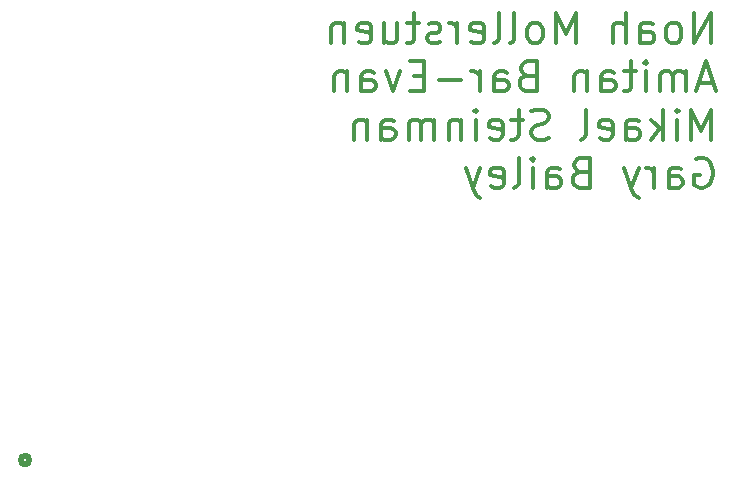
<source format=gbr>
%TF.GenerationSoftware,KiCad,Pcbnew,8.0.4*%
%TF.CreationDate,2025-03-15T02:49:38-04:00*%
%TF.ProjectId,erie_rov_connector_board,65726965-5f72-46f7-965f-636f6e6e6563,rev?*%
%TF.SameCoordinates,Original*%
%TF.FileFunction,Legend,Bot*%
%TF.FilePolarity,Positive*%
%FSLAX46Y46*%
G04 Gerber Fmt 4.6, Leading zero omitted, Abs format (unit mm)*
G04 Created by KiCad (PCBNEW 8.0.4) date 2025-03-15 02:49:38*
%MOMM*%
%LPD*%
G01*
G04 APERTURE LIST*
G04 Aperture macros list*
%AMRoundRect*
0 Rectangle with rounded corners*
0 $1 Rounding radius*
0 $2 $3 $4 $5 $6 $7 $8 $9 X,Y pos of 4 corners*
0 Add a 4 corners polygon primitive as box body*
4,1,4,$2,$3,$4,$5,$6,$7,$8,$9,$2,$3,0*
0 Add four circle primitives for the rounded corners*
1,1,$1+$1,$2,$3*
1,1,$1+$1,$4,$5*
1,1,$1+$1,$6,$7*
1,1,$1+$1,$8,$9*
0 Add four rect primitives between the rounded corners*
20,1,$1+$1,$2,$3,$4,$5,0*
20,1,$1+$1,$4,$5,$6,$7,0*
20,1,$1+$1,$6,$7,$8,$9,0*
20,1,$1+$1,$8,$9,$2,$3,0*%
G04 Aperture macros list end*
%ADD10C,0.304800*%
%ADD11C,0.508000*%
%ADD12RoundRect,0.264583X-0.610417X0.370417X-0.610417X-0.370417X0.610417X-0.370417X0.610417X0.370417X0*%
%ADD13O,1.750000X1.270000*%
%ADD14RoundRect,0.264583X0.370417X0.610417X-0.370417X0.610417X-0.370417X-0.610417X0.370417X-0.610417X0*%
%ADD15O,1.270000X1.750000*%
%ADD16C,5.800000*%
%ADD17C,1.371600*%
%ADD18RoundRect,0.264583X-0.370417X-0.610417X0.370417X-0.610417X0.370417X0.610417X-0.370417X0.610417X0*%
%ADD19C,1.600200*%
%ADD20C,3.200000*%
%ADD21RoundRect,0.264583X0.610417X-0.370417X0.610417X0.370417X-0.610417X0.370417X-0.610417X-0.370417X0*%
G04 APERTURE END LIST*
D10*
X9608712Y5990472D02*
X9608712Y8530472D01*
X9608712Y8530472D02*
X8157283Y5990472D01*
X8157283Y5990472D02*
X8157283Y8530472D01*
X6584902Y5990472D02*
X6826807Y6111424D01*
X6826807Y6111424D02*
X6947760Y6232377D01*
X6947760Y6232377D02*
X7068712Y6474282D01*
X7068712Y6474282D02*
X7068712Y7199996D01*
X7068712Y7199996D02*
X6947760Y7441901D01*
X6947760Y7441901D02*
X6826807Y7562853D01*
X6826807Y7562853D02*
X6584902Y7683805D01*
X6584902Y7683805D02*
X6222045Y7683805D01*
X6222045Y7683805D02*
X5980141Y7562853D01*
X5980141Y7562853D02*
X5859188Y7441901D01*
X5859188Y7441901D02*
X5738236Y7199996D01*
X5738236Y7199996D02*
X5738236Y6474282D01*
X5738236Y6474282D02*
X5859188Y6232377D01*
X5859188Y6232377D02*
X5980141Y6111424D01*
X5980141Y6111424D02*
X6222045Y5990472D01*
X6222045Y5990472D02*
X6584902Y5990472D01*
X3561093Y5990472D02*
X3561093Y7320948D01*
X3561093Y7320948D02*
X3682046Y7562853D01*
X3682046Y7562853D02*
X3923950Y7683805D01*
X3923950Y7683805D02*
X4407760Y7683805D01*
X4407760Y7683805D02*
X4649665Y7562853D01*
X3561093Y6111424D02*
X3802998Y5990472D01*
X3802998Y5990472D02*
X4407760Y5990472D01*
X4407760Y5990472D02*
X4649665Y6111424D01*
X4649665Y6111424D02*
X4770617Y6353329D01*
X4770617Y6353329D02*
X4770617Y6595234D01*
X4770617Y6595234D02*
X4649665Y6837139D01*
X4649665Y6837139D02*
X4407760Y6958091D01*
X4407760Y6958091D02*
X3802998Y6958091D01*
X3802998Y6958091D02*
X3561093Y7079044D01*
X2351570Y5990472D02*
X2351570Y8530472D01*
X1262998Y5990472D02*
X1262998Y7320948D01*
X1262998Y7320948D02*
X1383951Y7562853D01*
X1383951Y7562853D02*
X1625855Y7683805D01*
X1625855Y7683805D02*
X1988712Y7683805D01*
X1988712Y7683805D02*
X2230617Y7562853D01*
X2230617Y7562853D02*
X2351570Y7441901D01*
X-1881763Y5990472D02*
X-1881763Y8530472D01*
X-1881763Y8530472D02*
X-2728430Y6716186D01*
X-2728430Y6716186D02*
X-3575097Y8530472D01*
X-3575097Y8530472D02*
X-3575097Y5990472D01*
X-5147478Y5990472D02*
X-4905573Y6111424D01*
X-4905573Y6111424D02*
X-4784620Y6232377D01*
X-4784620Y6232377D02*
X-4663668Y6474282D01*
X-4663668Y6474282D02*
X-4663668Y7199996D01*
X-4663668Y7199996D02*
X-4784620Y7441901D01*
X-4784620Y7441901D02*
X-4905573Y7562853D01*
X-4905573Y7562853D02*
X-5147478Y7683805D01*
X-5147478Y7683805D02*
X-5510335Y7683805D01*
X-5510335Y7683805D02*
X-5752239Y7562853D01*
X-5752239Y7562853D02*
X-5873192Y7441901D01*
X-5873192Y7441901D02*
X-5994144Y7199996D01*
X-5994144Y7199996D02*
X-5994144Y6474282D01*
X-5994144Y6474282D02*
X-5873192Y6232377D01*
X-5873192Y6232377D02*
X-5752239Y6111424D01*
X-5752239Y6111424D02*
X-5510335Y5990472D01*
X-5510335Y5990472D02*
X-5147478Y5990472D01*
X-7445573Y5990472D02*
X-7203668Y6111424D01*
X-7203668Y6111424D02*
X-7082715Y6353329D01*
X-7082715Y6353329D02*
X-7082715Y8530472D01*
X-8776049Y5990472D02*
X-8534144Y6111424D01*
X-8534144Y6111424D02*
X-8413191Y6353329D01*
X-8413191Y6353329D02*
X-8413191Y8530472D01*
X-10711286Y6111424D02*
X-10469382Y5990472D01*
X-10469382Y5990472D02*
X-9985572Y5990472D01*
X-9985572Y5990472D02*
X-9743667Y6111424D01*
X-9743667Y6111424D02*
X-9622715Y6353329D01*
X-9622715Y6353329D02*
X-9622715Y7320948D01*
X-9622715Y7320948D02*
X-9743667Y7562853D01*
X-9743667Y7562853D02*
X-9985572Y7683805D01*
X-9985572Y7683805D02*
X-10469382Y7683805D01*
X-10469382Y7683805D02*
X-10711286Y7562853D01*
X-10711286Y7562853D02*
X-10832239Y7320948D01*
X-10832239Y7320948D02*
X-10832239Y7079044D01*
X-10832239Y7079044D02*
X-9622715Y6837139D01*
X-11920810Y5990472D02*
X-11920810Y7683805D01*
X-11920810Y7199996D02*
X-12041763Y7441901D01*
X-12041763Y7441901D02*
X-12162715Y7562853D01*
X-12162715Y7562853D02*
X-12404620Y7683805D01*
X-12404620Y7683805D02*
X-12646525Y7683805D01*
X-13372239Y6111424D02*
X-13614144Y5990472D01*
X-13614144Y5990472D02*
X-14097953Y5990472D01*
X-14097953Y5990472D02*
X-14339858Y6111424D01*
X-14339858Y6111424D02*
X-14460810Y6353329D01*
X-14460810Y6353329D02*
X-14460810Y6474282D01*
X-14460810Y6474282D02*
X-14339858Y6716186D01*
X-14339858Y6716186D02*
X-14097953Y6837139D01*
X-14097953Y6837139D02*
X-13735096Y6837139D01*
X-13735096Y6837139D02*
X-13493191Y6958091D01*
X-13493191Y6958091D02*
X-13372239Y7199996D01*
X-13372239Y7199996D02*
X-13372239Y7320948D01*
X-13372239Y7320948D02*
X-13493191Y7562853D01*
X-13493191Y7562853D02*
X-13735096Y7683805D01*
X-13735096Y7683805D02*
X-14097953Y7683805D01*
X-14097953Y7683805D02*
X-14339858Y7562853D01*
X-15186524Y7683805D02*
X-16154143Y7683805D01*
X-15549381Y8530472D02*
X-15549381Y6353329D01*
X-15549381Y6353329D02*
X-15670334Y6111424D01*
X-15670334Y6111424D02*
X-15912239Y5990472D01*
X-15912239Y5990472D02*
X-16154143Y5990472D01*
X-18089382Y7683805D02*
X-18089382Y5990472D01*
X-17000810Y7683805D02*
X-17000810Y6353329D01*
X-17000810Y6353329D02*
X-17121763Y6111424D01*
X-17121763Y6111424D02*
X-17363668Y5990472D01*
X-17363668Y5990472D02*
X-17726525Y5990472D01*
X-17726525Y5990472D02*
X-17968429Y6111424D01*
X-17968429Y6111424D02*
X-18089382Y6232377D01*
X-20266524Y6111424D02*
X-20024620Y5990472D01*
X-20024620Y5990472D02*
X-19540810Y5990472D01*
X-19540810Y5990472D02*
X-19298905Y6111424D01*
X-19298905Y6111424D02*
X-19177953Y6353329D01*
X-19177953Y6353329D02*
X-19177953Y7320948D01*
X-19177953Y7320948D02*
X-19298905Y7562853D01*
X-19298905Y7562853D02*
X-19540810Y7683805D01*
X-19540810Y7683805D02*
X-20024620Y7683805D01*
X-20024620Y7683805D02*
X-20266524Y7562853D01*
X-20266524Y7562853D02*
X-20387477Y7320948D01*
X-20387477Y7320948D02*
X-20387477Y7079044D01*
X-20387477Y7079044D02*
X-19177953Y6837139D01*
X-21476048Y7683805D02*
X-21476048Y5990472D01*
X-21476048Y7441901D02*
X-21597001Y7562853D01*
X-21597001Y7562853D02*
X-21838906Y7683805D01*
X-21838906Y7683805D02*
X-22201763Y7683805D01*
X-22201763Y7683805D02*
X-22443667Y7562853D01*
X-22443667Y7562853D02*
X-22564620Y7320948D01*
X-22564620Y7320948D02*
X-22564620Y5990472D01*
X9729664Y2626928D02*
X8520140Y2626928D01*
X9971569Y1901214D02*
X9124902Y4441214D01*
X9124902Y4441214D02*
X8278235Y1901214D01*
X7431569Y1901214D02*
X7431569Y3594547D01*
X7431569Y3352643D02*
X7310616Y3473595D01*
X7310616Y3473595D02*
X7068711Y3594547D01*
X7068711Y3594547D02*
X6705854Y3594547D01*
X6705854Y3594547D02*
X6463950Y3473595D01*
X6463950Y3473595D02*
X6342997Y3231690D01*
X6342997Y3231690D02*
X6342997Y1901214D01*
X6342997Y3231690D02*
X6222045Y3473595D01*
X6222045Y3473595D02*
X5980140Y3594547D01*
X5980140Y3594547D02*
X5617283Y3594547D01*
X5617283Y3594547D02*
X5375378Y3473595D01*
X5375378Y3473595D02*
X5254426Y3231690D01*
X5254426Y3231690D02*
X5254426Y1901214D01*
X4044902Y1901214D02*
X4044902Y3594547D01*
X4044902Y4441214D02*
X4165854Y4320262D01*
X4165854Y4320262D02*
X4044902Y4199309D01*
X4044902Y4199309D02*
X3923949Y4320262D01*
X3923949Y4320262D02*
X4044902Y4441214D01*
X4044902Y4441214D02*
X4044902Y4199309D01*
X3198235Y3594547D02*
X2230616Y3594547D01*
X2835378Y4441214D02*
X2835378Y2264071D01*
X2835378Y2264071D02*
X2714425Y2022166D01*
X2714425Y2022166D02*
X2472520Y1901214D01*
X2472520Y1901214D02*
X2230616Y1901214D01*
X295377Y1901214D02*
X295377Y3231690D01*
X295377Y3231690D02*
X416330Y3473595D01*
X416330Y3473595D02*
X658234Y3594547D01*
X658234Y3594547D02*
X1142044Y3594547D01*
X1142044Y3594547D02*
X1383949Y3473595D01*
X295377Y2022166D02*
X537282Y1901214D01*
X537282Y1901214D02*
X1142044Y1901214D01*
X1142044Y1901214D02*
X1383949Y2022166D01*
X1383949Y2022166D02*
X1504901Y2264071D01*
X1504901Y2264071D02*
X1504901Y2505976D01*
X1504901Y2505976D02*
X1383949Y2747881D01*
X1383949Y2747881D02*
X1142044Y2868833D01*
X1142044Y2868833D02*
X537282Y2868833D01*
X537282Y2868833D02*
X295377Y2989786D01*
X-914146Y3594547D02*
X-914146Y1901214D01*
X-914146Y3352643D02*
X-1035099Y3473595D01*
X-1035099Y3473595D02*
X-1277004Y3594547D01*
X-1277004Y3594547D02*
X-1639861Y3594547D01*
X-1639861Y3594547D02*
X-1881765Y3473595D01*
X-1881765Y3473595D02*
X-2002718Y3231690D01*
X-2002718Y3231690D02*
X-2002718Y1901214D01*
X-5994146Y3231690D02*
X-6357003Y3110738D01*
X-6357003Y3110738D02*
X-6477956Y2989786D01*
X-6477956Y2989786D02*
X-6598908Y2747881D01*
X-6598908Y2747881D02*
X-6598908Y2385024D01*
X-6598908Y2385024D02*
X-6477956Y2143119D01*
X-6477956Y2143119D02*
X-6357003Y2022166D01*
X-6357003Y2022166D02*
X-6115098Y1901214D01*
X-6115098Y1901214D02*
X-5147479Y1901214D01*
X-5147479Y1901214D02*
X-5147479Y4441214D01*
X-5147479Y4441214D02*
X-5994146Y4441214D01*
X-5994146Y4441214D02*
X-6236051Y4320262D01*
X-6236051Y4320262D02*
X-6357003Y4199309D01*
X-6357003Y4199309D02*
X-6477956Y3957405D01*
X-6477956Y3957405D02*
X-6477956Y3715500D01*
X-6477956Y3715500D02*
X-6357003Y3473595D01*
X-6357003Y3473595D02*
X-6236051Y3352643D01*
X-6236051Y3352643D02*
X-5994146Y3231690D01*
X-5994146Y3231690D02*
X-5147479Y3231690D01*
X-8776051Y1901214D02*
X-8776051Y3231690D01*
X-8776051Y3231690D02*
X-8655098Y3473595D01*
X-8655098Y3473595D02*
X-8413194Y3594547D01*
X-8413194Y3594547D02*
X-7929384Y3594547D01*
X-7929384Y3594547D02*
X-7687479Y3473595D01*
X-8776051Y2022166D02*
X-8534146Y1901214D01*
X-8534146Y1901214D02*
X-7929384Y1901214D01*
X-7929384Y1901214D02*
X-7687479Y2022166D01*
X-7687479Y2022166D02*
X-7566527Y2264071D01*
X-7566527Y2264071D02*
X-7566527Y2505976D01*
X-7566527Y2505976D02*
X-7687479Y2747881D01*
X-7687479Y2747881D02*
X-7929384Y2868833D01*
X-7929384Y2868833D02*
X-8534146Y2868833D01*
X-8534146Y2868833D02*
X-8776051Y2989786D01*
X-9985574Y1901214D02*
X-9985574Y3594547D01*
X-9985574Y3110738D02*
X-10106527Y3352643D01*
X-10106527Y3352643D02*
X-10227479Y3473595D01*
X-10227479Y3473595D02*
X-10469384Y3594547D01*
X-10469384Y3594547D02*
X-10711289Y3594547D01*
X-11557955Y2868833D02*
X-13493193Y2868833D01*
X-14702717Y3231690D02*
X-15549384Y3231690D01*
X-15912241Y1901214D02*
X-14702717Y1901214D01*
X-14702717Y1901214D02*
X-14702717Y4441214D01*
X-14702717Y4441214D02*
X-15912241Y4441214D01*
X-16758908Y3594547D02*
X-17363670Y1901214D01*
X-17363670Y1901214D02*
X-17968431Y3594547D01*
X-20024622Y1901214D02*
X-20024622Y3231690D01*
X-20024622Y3231690D02*
X-19903669Y3473595D01*
X-19903669Y3473595D02*
X-19661765Y3594547D01*
X-19661765Y3594547D02*
X-19177955Y3594547D01*
X-19177955Y3594547D02*
X-18936050Y3473595D01*
X-20024622Y2022166D02*
X-19782717Y1901214D01*
X-19782717Y1901214D02*
X-19177955Y1901214D01*
X-19177955Y1901214D02*
X-18936050Y2022166D01*
X-18936050Y2022166D02*
X-18815098Y2264071D01*
X-18815098Y2264071D02*
X-18815098Y2505976D01*
X-18815098Y2505976D02*
X-18936050Y2747881D01*
X-18936050Y2747881D02*
X-19177955Y2868833D01*
X-19177955Y2868833D02*
X-19782717Y2868833D01*
X-19782717Y2868833D02*
X-20024622Y2989786D01*
X-21234145Y3594547D02*
X-21234145Y1901214D01*
X-21234145Y3352643D02*
X-21355098Y3473595D01*
X-21355098Y3473595D02*
X-21597003Y3594547D01*
X-21597003Y3594547D02*
X-21959860Y3594547D01*
X-21959860Y3594547D02*
X-22201764Y3473595D01*
X-22201764Y3473595D02*
X-22322717Y3231690D01*
X-22322717Y3231690D02*
X-22322717Y1901214D01*
X9608712Y-2188044D02*
X9608712Y351956D01*
X9608712Y351956D02*
X8762045Y-1462330D01*
X8762045Y-1462330D02*
X7915378Y351956D01*
X7915378Y351956D02*
X7915378Y-2188044D01*
X6705855Y-2188044D02*
X6705855Y-494711D01*
X6705855Y351956D02*
X6826807Y231004D01*
X6826807Y231004D02*
X6705855Y110051D01*
X6705855Y110051D02*
X6584902Y231004D01*
X6584902Y231004D02*
X6705855Y351956D01*
X6705855Y351956D02*
X6705855Y110051D01*
X5496331Y-2188044D02*
X5496331Y351956D01*
X5254426Y-1220425D02*
X4528712Y-2188044D01*
X4528712Y-494711D02*
X5496331Y-1462330D01*
X2351569Y-2188044D02*
X2351569Y-857568D01*
X2351569Y-857568D02*
X2472522Y-615663D01*
X2472522Y-615663D02*
X2714426Y-494711D01*
X2714426Y-494711D02*
X3198236Y-494711D01*
X3198236Y-494711D02*
X3440141Y-615663D01*
X2351569Y-2067092D02*
X2593474Y-2188044D01*
X2593474Y-2188044D02*
X3198236Y-2188044D01*
X3198236Y-2188044D02*
X3440141Y-2067092D01*
X3440141Y-2067092D02*
X3561093Y-1825187D01*
X3561093Y-1825187D02*
X3561093Y-1583282D01*
X3561093Y-1583282D02*
X3440141Y-1341377D01*
X3440141Y-1341377D02*
X3198236Y-1220425D01*
X3198236Y-1220425D02*
X2593474Y-1220425D01*
X2593474Y-1220425D02*
X2351569Y-1099472D01*
X174427Y-2067092D02*
X416331Y-2188044D01*
X416331Y-2188044D02*
X900141Y-2188044D01*
X900141Y-2188044D02*
X1142046Y-2067092D01*
X1142046Y-2067092D02*
X1262998Y-1825187D01*
X1262998Y-1825187D02*
X1262998Y-857568D01*
X1262998Y-857568D02*
X1142046Y-615663D01*
X1142046Y-615663D02*
X900141Y-494711D01*
X900141Y-494711D02*
X416331Y-494711D01*
X416331Y-494711D02*
X174427Y-615663D01*
X174427Y-615663D02*
X53474Y-857568D01*
X53474Y-857568D02*
X53474Y-1099472D01*
X53474Y-1099472D02*
X1262998Y-1341377D01*
X-1397955Y-2188044D02*
X-1156050Y-2067092D01*
X-1156050Y-2067092D02*
X-1035097Y-1825187D01*
X-1035097Y-1825187D02*
X-1035097Y351956D01*
X-4179859Y-2067092D02*
X-4542716Y-2188044D01*
X-4542716Y-2188044D02*
X-5147478Y-2188044D01*
X-5147478Y-2188044D02*
X-5389383Y-2067092D01*
X-5389383Y-2067092D02*
X-5510335Y-1946139D01*
X-5510335Y-1946139D02*
X-5631288Y-1704234D01*
X-5631288Y-1704234D02*
X-5631288Y-1462330D01*
X-5631288Y-1462330D02*
X-5510335Y-1220425D01*
X-5510335Y-1220425D02*
X-5389383Y-1099472D01*
X-5389383Y-1099472D02*
X-5147478Y-978520D01*
X-5147478Y-978520D02*
X-4663669Y-857568D01*
X-4663669Y-857568D02*
X-4421764Y-736615D01*
X-4421764Y-736615D02*
X-4300811Y-615663D01*
X-4300811Y-615663D02*
X-4179859Y-373758D01*
X-4179859Y-373758D02*
X-4179859Y-131853D01*
X-4179859Y-131853D02*
X-4300811Y110051D01*
X-4300811Y110051D02*
X-4421764Y231004D01*
X-4421764Y231004D02*
X-4663669Y351956D01*
X-4663669Y351956D02*
X-5268430Y351956D01*
X-5268430Y351956D02*
X-5631288Y231004D01*
X-6357002Y-494711D02*
X-7324621Y-494711D01*
X-6719859Y351956D02*
X-6719859Y-1825187D01*
X-6719859Y-1825187D02*
X-6840812Y-2067092D01*
X-6840812Y-2067092D02*
X-7082717Y-2188044D01*
X-7082717Y-2188044D02*
X-7324621Y-2188044D01*
X-9138907Y-2067092D02*
X-8897003Y-2188044D01*
X-8897003Y-2188044D02*
X-8413193Y-2188044D01*
X-8413193Y-2188044D02*
X-8171288Y-2067092D01*
X-8171288Y-2067092D02*
X-8050336Y-1825187D01*
X-8050336Y-1825187D02*
X-8050336Y-857568D01*
X-8050336Y-857568D02*
X-8171288Y-615663D01*
X-8171288Y-615663D02*
X-8413193Y-494711D01*
X-8413193Y-494711D02*
X-8897003Y-494711D01*
X-8897003Y-494711D02*
X-9138907Y-615663D01*
X-9138907Y-615663D02*
X-9259860Y-857568D01*
X-9259860Y-857568D02*
X-9259860Y-1099472D01*
X-9259860Y-1099472D02*
X-8050336Y-1341377D01*
X-10348431Y-2188044D02*
X-10348431Y-494711D01*
X-10348431Y351956D02*
X-10227479Y231004D01*
X-10227479Y231004D02*
X-10348431Y110051D01*
X-10348431Y110051D02*
X-10469384Y231004D01*
X-10469384Y231004D02*
X-10348431Y351956D01*
X-10348431Y351956D02*
X-10348431Y110051D01*
X-11557955Y-494711D02*
X-11557955Y-2188044D01*
X-11557955Y-736615D02*
X-11678908Y-615663D01*
X-11678908Y-615663D02*
X-11920813Y-494711D01*
X-11920813Y-494711D02*
X-12283670Y-494711D01*
X-12283670Y-494711D02*
X-12525574Y-615663D01*
X-12525574Y-615663D02*
X-12646527Y-857568D01*
X-12646527Y-857568D02*
X-12646527Y-2188044D01*
X-13856050Y-2188044D02*
X-13856050Y-494711D01*
X-13856050Y-736615D02*
X-13977003Y-615663D01*
X-13977003Y-615663D02*
X-14218908Y-494711D01*
X-14218908Y-494711D02*
X-14581765Y-494711D01*
X-14581765Y-494711D02*
X-14823669Y-615663D01*
X-14823669Y-615663D02*
X-14944622Y-857568D01*
X-14944622Y-857568D02*
X-14944622Y-2188044D01*
X-14944622Y-857568D02*
X-15065574Y-615663D01*
X-15065574Y-615663D02*
X-15307479Y-494711D01*
X-15307479Y-494711D02*
X-15670336Y-494711D01*
X-15670336Y-494711D02*
X-15912241Y-615663D01*
X-15912241Y-615663D02*
X-16033193Y-857568D01*
X-16033193Y-857568D02*
X-16033193Y-2188044D01*
X-18331289Y-2188044D02*
X-18331289Y-857568D01*
X-18331289Y-857568D02*
X-18210336Y-615663D01*
X-18210336Y-615663D02*
X-17968432Y-494711D01*
X-17968432Y-494711D02*
X-17484622Y-494711D01*
X-17484622Y-494711D02*
X-17242717Y-615663D01*
X-18331289Y-2067092D02*
X-18089384Y-2188044D01*
X-18089384Y-2188044D02*
X-17484622Y-2188044D01*
X-17484622Y-2188044D02*
X-17242717Y-2067092D01*
X-17242717Y-2067092D02*
X-17121765Y-1825187D01*
X-17121765Y-1825187D02*
X-17121765Y-1583282D01*
X-17121765Y-1583282D02*
X-17242717Y-1341377D01*
X-17242717Y-1341377D02*
X-17484622Y-1220425D01*
X-17484622Y-1220425D02*
X-18089384Y-1220425D01*
X-18089384Y-1220425D02*
X-18331289Y-1099472D01*
X-19540812Y-494711D02*
X-19540812Y-2188044D01*
X-19540812Y-736615D02*
X-19661765Y-615663D01*
X-19661765Y-615663D02*
X-19903670Y-494711D01*
X-19903670Y-494711D02*
X-20266527Y-494711D01*
X-20266527Y-494711D02*
X-20508431Y-615663D01*
X-20508431Y-615663D02*
X-20629384Y-857568D01*
X-20629384Y-857568D02*
X-20629384Y-2188044D01*
X8278235Y-3858254D02*
X8520140Y-3737302D01*
X8520140Y-3737302D02*
X8882997Y-3737302D01*
X8882997Y-3737302D02*
X9245854Y-3858254D01*
X9245854Y-3858254D02*
X9487759Y-4100159D01*
X9487759Y-4100159D02*
X9608712Y-4342064D01*
X9608712Y-4342064D02*
X9729664Y-4825873D01*
X9729664Y-4825873D02*
X9729664Y-5188730D01*
X9729664Y-5188730D02*
X9608712Y-5672540D01*
X9608712Y-5672540D02*
X9487759Y-5914445D01*
X9487759Y-5914445D02*
X9245854Y-6156350D01*
X9245854Y-6156350D02*
X8882997Y-6277302D01*
X8882997Y-6277302D02*
X8641093Y-6277302D01*
X8641093Y-6277302D02*
X8278235Y-6156350D01*
X8278235Y-6156350D02*
X8157283Y-6035397D01*
X8157283Y-6035397D02*
X8157283Y-5188730D01*
X8157283Y-5188730D02*
X8641093Y-5188730D01*
X5980140Y-6277302D02*
X5980140Y-4946826D01*
X5980140Y-4946826D02*
X6101093Y-4704921D01*
X6101093Y-4704921D02*
X6342997Y-4583969D01*
X6342997Y-4583969D02*
X6826807Y-4583969D01*
X6826807Y-4583969D02*
X7068712Y-4704921D01*
X5980140Y-6156350D02*
X6222045Y-6277302D01*
X6222045Y-6277302D02*
X6826807Y-6277302D01*
X6826807Y-6277302D02*
X7068712Y-6156350D01*
X7068712Y-6156350D02*
X7189664Y-5914445D01*
X7189664Y-5914445D02*
X7189664Y-5672540D01*
X7189664Y-5672540D02*
X7068712Y-5430635D01*
X7068712Y-5430635D02*
X6826807Y-5309683D01*
X6826807Y-5309683D02*
X6222045Y-5309683D01*
X6222045Y-5309683D02*
X5980140Y-5188730D01*
X4770617Y-6277302D02*
X4770617Y-4583969D01*
X4770617Y-5067778D02*
X4649664Y-4825873D01*
X4649664Y-4825873D02*
X4528712Y-4704921D01*
X4528712Y-4704921D02*
X4286807Y-4583969D01*
X4286807Y-4583969D02*
X4044902Y-4583969D01*
X3440140Y-4583969D02*
X2835378Y-6277302D01*
X2230617Y-4583969D02*
X2835378Y-6277302D01*
X2835378Y-6277302D02*
X3077283Y-6882064D01*
X3077283Y-6882064D02*
X3198236Y-7003016D01*
X3198236Y-7003016D02*
X3440140Y-7123969D01*
X-1518907Y-4946826D02*
X-1881764Y-5067778D01*
X-1881764Y-5067778D02*
X-2002717Y-5188730D01*
X-2002717Y-5188730D02*
X-2123669Y-5430635D01*
X-2123669Y-5430635D02*
X-2123669Y-5793492D01*
X-2123669Y-5793492D02*
X-2002717Y-6035397D01*
X-2002717Y-6035397D02*
X-1881764Y-6156350D01*
X-1881764Y-6156350D02*
X-1639859Y-6277302D01*
X-1639859Y-6277302D02*
X-672240Y-6277302D01*
X-672240Y-6277302D02*
X-672240Y-3737302D01*
X-672240Y-3737302D02*
X-1518907Y-3737302D01*
X-1518907Y-3737302D02*
X-1760812Y-3858254D01*
X-1760812Y-3858254D02*
X-1881764Y-3979207D01*
X-1881764Y-3979207D02*
X-2002717Y-4221111D01*
X-2002717Y-4221111D02*
X-2002717Y-4463016D01*
X-2002717Y-4463016D02*
X-1881764Y-4704921D01*
X-1881764Y-4704921D02*
X-1760812Y-4825873D01*
X-1760812Y-4825873D02*
X-1518907Y-4946826D01*
X-1518907Y-4946826D02*
X-672240Y-4946826D01*
X-4300812Y-6277302D02*
X-4300812Y-4946826D01*
X-4300812Y-4946826D02*
X-4179859Y-4704921D01*
X-4179859Y-4704921D02*
X-3937955Y-4583969D01*
X-3937955Y-4583969D02*
X-3454145Y-4583969D01*
X-3454145Y-4583969D02*
X-3212240Y-4704921D01*
X-4300812Y-6156350D02*
X-4058907Y-6277302D01*
X-4058907Y-6277302D02*
X-3454145Y-6277302D01*
X-3454145Y-6277302D02*
X-3212240Y-6156350D01*
X-3212240Y-6156350D02*
X-3091288Y-5914445D01*
X-3091288Y-5914445D02*
X-3091288Y-5672540D01*
X-3091288Y-5672540D02*
X-3212240Y-5430635D01*
X-3212240Y-5430635D02*
X-3454145Y-5309683D01*
X-3454145Y-5309683D02*
X-4058907Y-5309683D01*
X-4058907Y-5309683D02*
X-4300812Y-5188730D01*
X-5510335Y-6277302D02*
X-5510335Y-4583969D01*
X-5510335Y-3737302D02*
X-5389383Y-3858254D01*
X-5389383Y-3858254D02*
X-5510335Y-3979207D01*
X-5510335Y-3979207D02*
X-5631288Y-3858254D01*
X-5631288Y-3858254D02*
X-5510335Y-3737302D01*
X-5510335Y-3737302D02*
X-5510335Y-3979207D01*
X-7082717Y-6277302D02*
X-6840812Y-6156350D01*
X-6840812Y-6156350D02*
X-6719859Y-5914445D01*
X-6719859Y-5914445D02*
X-6719859Y-3737302D01*
X-9017954Y-6156350D02*
X-8776050Y-6277302D01*
X-8776050Y-6277302D02*
X-8292240Y-6277302D01*
X-8292240Y-6277302D02*
X-8050335Y-6156350D01*
X-8050335Y-6156350D02*
X-7929383Y-5914445D01*
X-7929383Y-5914445D02*
X-7929383Y-4946826D01*
X-7929383Y-4946826D02*
X-8050335Y-4704921D01*
X-8050335Y-4704921D02*
X-8292240Y-4583969D01*
X-8292240Y-4583969D02*
X-8776050Y-4583969D01*
X-8776050Y-4583969D02*
X-9017954Y-4704921D01*
X-9017954Y-4704921D02*
X-9138907Y-4946826D01*
X-9138907Y-4946826D02*
X-9138907Y-5188730D01*
X-9138907Y-5188730D02*
X-7929383Y-5430635D01*
X-9985574Y-4583969D02*
X-10590336Y-6277302D01*
X-11195097Y-4583969D02*
X-10590336Y-6277302D01*
X-10590336Y-6277302D02*
X-10348431Y-6882064D01*
X-10348431Y-6882064D02*
X-10227478Y-7003016D01*
X-10227478Y-7003016D02*
X-9985574Y-7123969D01*
D11*
%TO.C,J1*%
X-48133000Y-29324300D02*
G75*
G02*
X-48895000Y-29324300I-381000J0D01*
G01*
X-48895000Y-29324300D02*
G75*
G02*
X-48133000Y-29324300I381000J0D01*
G01*
%TD*%
%LPC*%
D12*
%TO.C,J9*%
X18500000Y52500000D03*
D13*
X18500000Y50500000D03*
X18500000Y48500000D03*
X18500000Y46500000D03*
X18500000Y44500000D03*
X18500000Y42500000D03*
%TD*%
D14*
%TO.C,J14*%
X36830000Y-5715000D03*
D15*
X34830000Y-5715000D03*
X32830000Y-5715000D03*
X30830000Y-5715000D03*
X28830000Y-5715000D03*
X26830000Y-5715000D03*
%TD*%
D14*
%TO.C,J11*%
X11500000Y29000000D03*
D15*
X9500000Y29000000D03*
%TD*%
D16*
%TO.C,J2*%
X-16510000Y21380000D03*
X-16510000Y14180000D03*
%TD*%
D17*
%TO.C,C1*%
X-49530000Y22153250D03*
X-49530000Y17153250D03*
%TD*%
D14*
%TO.C,J10*%
X44450000Y46000000D03*
D15*
X42450000Y46000000D03*
%TD*%
D18*
%TO.C,J6*%
X6890000Y-50800000D03*
D15*
X8890000Y-50800000D03*
X10890000Y-50800000D03*
%TD*%
D19*
%TO.C,J1*%
X-41910000Y-29324300D03*
X-39370000Y-29324300D03*
X-36830000Y-29324300D03*
X-34290000Y-29324300D03*
X-31750000Y-29324300D03*
X-29210000Y-29324300D03*
X-26670000Y-29324300D03*
X-24130000Y-29324300D03*
X-21590000Y-29324300D03*
X-19050000Y-29324300D03*
X-16510000Y-29324300D03*
X-13970000Y-29324300D03*
X-11430000Y-29324300D03*
X-8890000Y-29324300D03*
X-6350000Y-29324300D03*
X-3810000Y-29324300D03*
X-1270000Y-29324300D03*
X1270000Y-29324300D03*
X3810000Y-29324300D03*
X6350000Y-29324300D03*
X8890000Y-29324300D03*
X11430000Y-29324300D03*
X13970000Y-29324300D03*
X16510000Y-29324300D03*
X19050000Y-29324300D03*
X21590000Y-29324300D03*
X24130000Y-29324300D03*
X26670000Y-29324300D03*
X29210000Y-29324300D03*
X31750000Y-29324300D03*
X34290000Y-29324300D03*
X36830000Y-29324300D03*
X39370000Y-29324300D03*
X41910000Y-29324300D03*
X41910000Y-34175700D03*
X39370000Y-34175700D03*
X36830000Y-34175700D03*
X34290000Y-34175700D03*
X31750000Y-34175700D03*
X29210000Y-34175700D03*
X26670000Y-34175700D03*
X24130000Y-34175700D03*
X21590000Y-34175700D03*
X19050000Y-34175700D03*
X16510000Y-34175700D03*
X13970000Y-34175700D03*
X11430000Y-34175700D03*
X8890000Y-34175700D03*
X6350000Y-34175700D03*
X3810000Y-34175700D03*
X1270000Y-34175700D03*
X-1270000Y-34175700D03*
X-3810000Y-34175700D03*
X-6350000Y-34175700D03*
X-8890000Y-34175700D03*
X-11430000Y-34175700D03*
X-13970000Y-34175700D03*
X-16510000Y-34175700D03*
X-19050000Y-34175700D03*
X-21590000Y-34175700D03*
X-24130000Y-34175700D03*
X-26670000Y-34175700D03*
X-29210000Y-34175700D03*
X-31750000Y-34175700D03*
X-34290000Y-34175700D03*
X-36830000Y-34175700D03*
X-39370000Y-34175700D03*
X-41910000Y-34175700D03*
%TD*%
D16*
%TO.C,J4*%
X16510000Y6140000D03*
X16510000Y-1060000D03*
%TD*%
D20*
%TO.C,J5*%
X-8890000Y-43815000D03*
X-8890000Y-47315000D03*
X-8890000Y-50815000D03*
%TD*%
D12*
%TO.C,J7*%
X-45500000Y52000000D03*
D13*
X-45500000Y50000000D03*
X-45500000Y48000000D03*
X-45500000Y46000000D03*
X-45500000Y44000000D03*
X-45500000Y42000000D03*
%TD*%
D14*
%TO.C,J12*%
X-8255000Y28575000D03*
D15*
X-10255000Y28575000D03*
%TD*%
D21*
%TO.C,J8*%
X-18000000Y42000000D03*
D13*
X-18000000Y44000000D03*
X-18000000Y46000000D03*
X-18000000Y48000000D03*
X-18000000Y50000000D03*
X-18000000Y52000000D03*
%TD*%
D16*
%TO.C,J3*%
X-16510000Y-9100000D03*
X-16510000Y-16300000D03*
%TD*%
D12*
%TO.C,J13*%
X-39370000Y17970000D03*
D13*
X-39370000Y15970000D03*
X-39370000Y13970000D03*
%TD*%
%LPD*%
M02*

</source>
